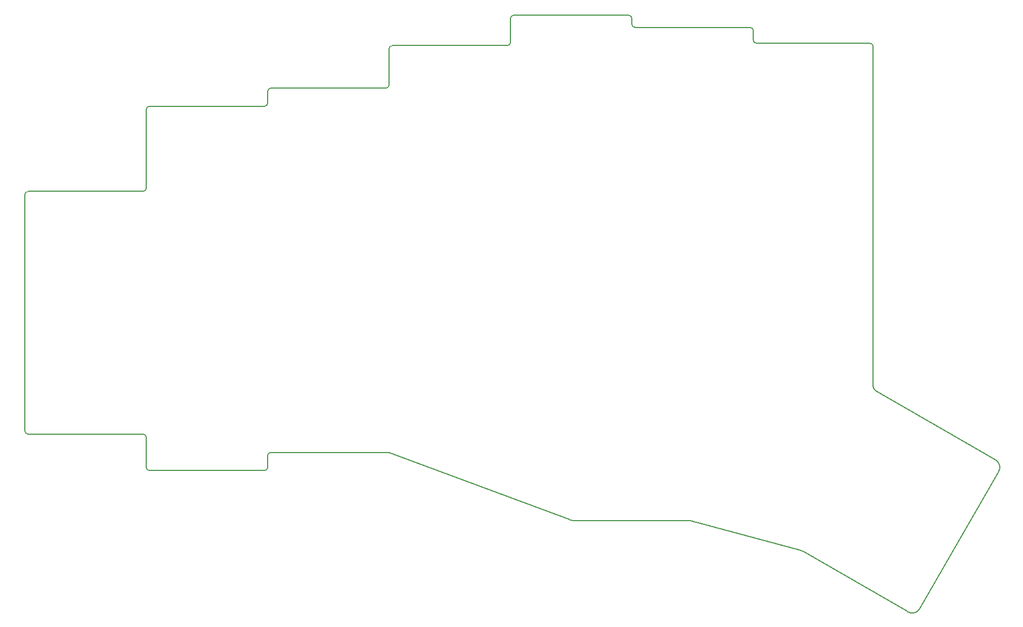
<source format=gbr>
%TF.GenerationSoftware,KiCad,Pcbnew,(6.0.0)*%
%TF.CreationDate,2022-01-01T14:14:11+04:00*%
%TF.ProjectId,top plate,746f7020-706c-4617-9465-2e6b69636164,rev?*%
%TF.SameCoordinates,Original*%
%TF.FileFunction,Profile,NP*%
%FSLAX46Y46*%
G04 Gerber Fmt 4.6, Leading zero omitted, Abs format (unit mm)*
G04 Created by KiCad (PCBNEW (6.0.0)) date 2022-01-01 14:14:11*
%MOMM*%
%LPD*%
G01*
G04 APERTURE LIST*
%TA.AperFunction,Profile*%
%ADD10C,0.150000*%
%TD*%
G04 APERTURE END LIST*
D10*
X131914999Y-60624999D02*
G75*
G03*
X132414995Y-60124999I-7J500003D01*
G01*
X113365003Y-62977500D02*
X113365000Y-61124997D01*
X113865000Y-60624998D02*
G75*
G03*
X113365000Y-61124997I5J-500005D01*
G01*
X94815001Y-63477498D02*
G75*
G03*
X94314999Y-63977496I-9J-499993D01*
G01*
X179350001Y-128390000D02*
X161160001Y-128390000D01*
X227638441Y-118925371D02*
X208717932Y-108003383D01*
X208367932Y-54080000D02*
G75*
G03*
X207870000Y-53580000I-498967J1033D01*
G01*
X75765004Y-76817494D02*
G75*
G03*
X75265002Y-77317493I3J-500005D01*
G01*
X75265001Y-114367497D02*
X75265002Y-77317493D01*
X75765002Y-114867497D02*
X93815003Y-114867496D01*
X160744709Y-128299688D02*
X132415000Y-117727502D01*
X113865003Y-117727499D02*
G75*
G03*
X113364996Y-118227499I-7J-500000D01*
G01*
X197020001Y-133100000D02*
X179640001Y-128440000D01*
X208367932Y-56778383D02*
X208365214Y-107338575D01*
X208367932Y-54080000D02*
X208367932Y-56778383D01*
X132915003Y-53954999D02*
G75*
G03*
X132415001Y-54454997I-4J-499998D01*
G01*
X179640001Y-128440000D02*
G75*
G03*
X179350001Y-128390000I-311643J-941529D01*
G01*
X94315005Y-76317497D02*
X94314999Y-63977496D01*
X208365215Y-107338575D02*
G75*
G03*
X208717932Y-108003383I849995J24998D01*
G01*
X170515004Y-49694997D02*
X170515002Y-50594996D01*
X94315003Y-115367496D02*
X94315002Y-120077500D01*
X171015002Y-51094997D02*
X189065004Y-51094998D01*
X170515004Y-49694997D02*
G75*
G03*
X170015002Y-49194995I-500001J1D01*
G01*
X94315003Y-115367496D02*
G75*
G03*
X93815003Y-114867496I-500001J-1D01*
G01*
X113865000Y-60624998D02*
X131914999Y-60624999D01*
X190065004Y-53574998D02*
X207870000Y-53580000D01*
X132915003Y-53954999D02*
X150965005Y-53955000D01*
X160744709Y-128299688D02*
G75*
G03*
X161160001Y-128390000I415618J911184D01*
G01*
X113865003Y-117727499D02*
X132415000Y-117727502D01*
X215665195Y-142309848D02*
X228017932Y-120853383D01*
X112865004Y-63477498D02*
G75*
G03*
X113365003Y-62977500I-1J500000D01*
G01*
X189565000Y-53074998D02*
G75*
G03*
X190065004Y-53574998I500010J10D01*
G01*
X189564998Y-51594999D02*
G75*
G03*
X189065004Y-51094998I-500003J-2D01*
G01*
X197400001Y-133260000D02*
G75*
G03*
X197020001Y-133100000I-592196J-875217D01*
G01*
X93815003Y-76817496D02*
G75*
G03*
X94315005Y-76317497I7J499995D01*
G01*
X170515002Y-50594996D02*
G75*
G03*
X171015002Y-51094997I499998J-3D01*
G01*
X189564998Y-51594999D02*
X189565000Y-53074998D01*
X94315002Y-120077500D02*
G75*
G03*
X94815002Y-120577498I499995J-3D01*
G01*
X75765004Y-76817494D02*
X93815003Y-76817496D01*
X228017932Y-120853383D02*
G75*
G03*
X227638441Y-118925371I-1149997J774999D01*
G01*
X113365000Y-120077497D02*
X113364996Y-118227499D01*
X94815001Y-63477498D02*
X112865004Y-63477498D01*
X151964998Y-49194997D02*
X170015002Y-49194995D01*
X94815002Y-120577498D02*
X112865000Y-120577499D01*
X151465004Y-53454998D02*
X151464996Y-49694997D01*
X213737183Y-142689339D02*
X197400001Y-133260000D01*
X213737183Y-142689339D02*
G75*
G03*
X215665195Y-142309848I774999J1149997D01*
G01*
X75265001Y-114367497D02*
G75*
G03*
X75765002Y-114867497I500000J0D01*
G01*
X112865000Y-120577499D02*
G75*
G03*
X113365000Y-120077497I0J500000D01*
G01*
X132414995Y-60124999D02*
X132415001Y-54454997D01*
X151964998Y-49194997D02*
G75*
G03*
X151464996Y-49694997I3J-500005D01*
G01*
X150965005Y-53955000D02*
G75*
G03*
X151465004Y-53454998I1J499998D01*
G01*
M02*

</source>
